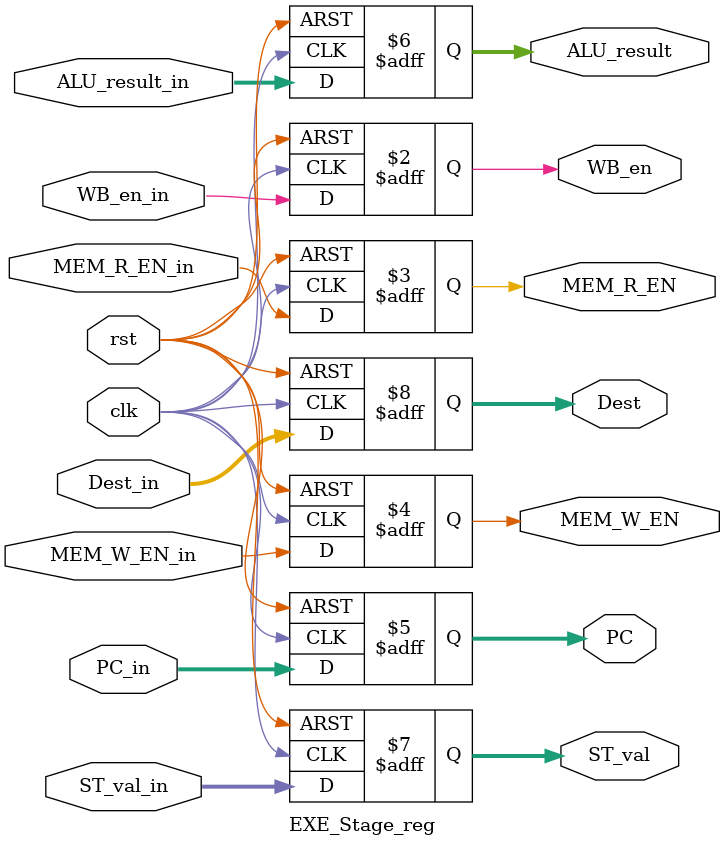
<source format=v>
module EXE_Stage_reg(
	input clk,
	input rst,
	input WB_en_in,
	input MEM_R_EN_in,
	input MEM_W_EN_in,
	input[31:0] PC_in,
	input[31:0] ALU_result_in,
	input[31:0] ST_val_in,
	input[4:0] Dest_in,
	output reg WB_en,
	output reg MEM_R_EN,
	output reg MEM_W_EN,
	output reg[31:0] PC,
	output reg[31:0] ALU_result,
	output reg[31:0] ST_val,
	output reg[4:0] Dest
);

always @(posedge clk, posedge rst) begin
	if(rst) begin
		WB_en <= 0;
		MEM_R_EN <= 0;
		MEM_W_EN <= 0;
		PC <= 0;
		ALU_result <= 0;
		ST_val <= 0;
		Dest <= 0;
	end
	else begin
		WB_en <= WB_en_in;
		MEM_R_EN <= MEM_R_EN_in;
		MEM_W_EN <= MEM_W_EN_in;
		PC <= PC_in;
		ALU_result <= ALU_result_in;
		ST_val <= ST_val_in;
		Dest <= Dest_in;
	end
end

endmodule

</source>
